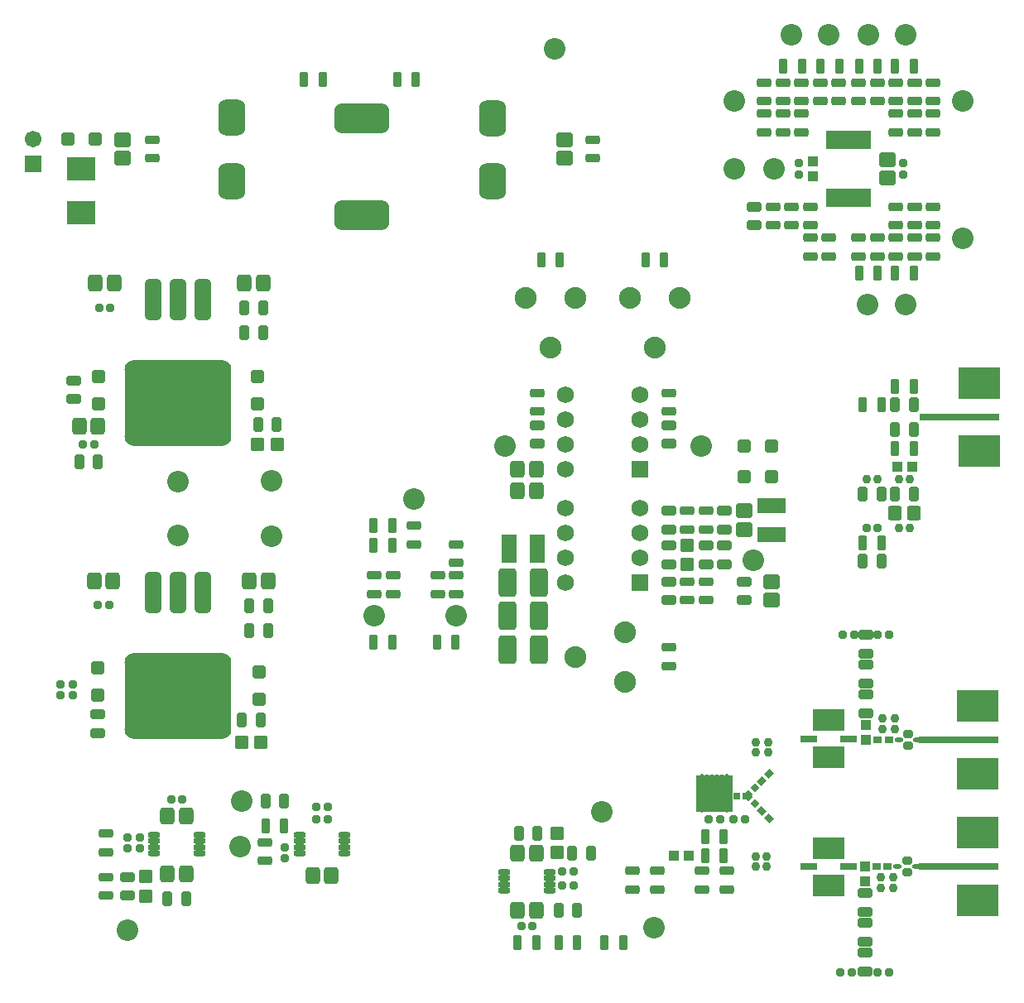
<source format=gts>
%FSLAX23Y23*%
%MOIN*%
G70*
G01*
G75*
G04 Layer_Color=8388736*
%ADD10C,0.010*%
%ADD11C,0.020*%
%ADD12C,0.015*%
%ADD13C,0.012*%
%ADD14R,0.060X0.023*%
%ADD15R,0.120X0.080*%
G04:AMPARAMS|DCode=16|XSize=51mil|YSize=59mil|CornerRadius=8mil|HoleSize=0mil|Usage=FLASHONLY|Rotation=90.000|XOffset=0mil|YOffset=0mil|HoleType=Round|Shape=RoundedRectangle|*
%AMROUNDEDRECTD16*
21,1,0.051,0.044,0,0,90.0*
21,1,0.036,0.059,0,0,90.0*
1,1,0.015,0.022,0.018*
1,1,0.015,0.022,-0.018*
1,1,0.015,-0.022,-0.018*
1,1,0.015,-0.022,0.018*
%
%ADD16ROUNDEDRECTD16*%
G04:AMPARAMS|DCode=17|XSize=24mil|YSize=24mil|CornerRadius=6mil|HoleSize=0mil|Usage=FLASHONLY|Rotation=90.000|XOffset=0mil|YOffset=0mil|HoleType=Round|Shape=RoundedRectangle|*
%AMROUNDEDRECTD17*
21,1,0.024,0.012,0,0,90.0*
21,1,0.012,0.024,0,0,90.0*
1,1,0.012,0.006,0.006*
1,1,0.012,0.006,-0.006*
1,1,0.012,-0.006,-0.006*
1,1,0.012,-0.006,0.006*
%
%ADD17ROUNDEDRECTD17*%
G04:AMPARAMS|DCode=18|XSize=51mil|YSize=59mil|CornerRadius=8mil|HoleSize=0mil|Usage=FLASHONLY|Rotation=180.000|XOffset=0mil|YOffset=0mil|HoleType=Round|Shape=RoundedRectangle|*
%AMROUNDEDRECTD18*
21,1,0.051,0.044,0,0,180.0*
21,1,0.036,0.059,0,0,180.0*
1,1,0.015,-0.018,0.022*
1,1,0.015,0.018,0.022*
1,1,0.015,0.018,-0.022*
1,1,0.015,-0.018,-0.022*
%
%ADD18ROUNDEDRECTD18*%
G04:AMPARAMS|DCode=19|XSize=24mil|YSize=24mil|CornerRadius=6mil|HoleSize=0mil|Usage=FLASHONLY|Rotation=0.000|XOffset=0mil|YOffset=0mil|HoleType=Round|Shape=RoundedRectangle|*
%AMROUNDEDRECTD19*
21,1,0.024,0.012,0,0,0.0*
21,1,0.012,0.024,0,0,0.0*
1,1,0.012,0.006,-0.006*
1,1,0.012,-0.006,-0.006*
1,1,0.012,-0.006,0.006*
1,1,0.012,0.006,0.006*
%
%ADD19ROUNDEDRECTD19*%
%ADD20P,0.024X4X360.0*%
%ADD21P,0.024X4X90.0*%
%ADD22R,0.017X0.017*%
G04:AMPARAMS|DCode=23|XSize=98mil|YSize=138mil|CornerRadius=25mil|HoleSize=0mil|Usage=FLASHONLY|Rotation=0.000|XOffset=0mil|YOffset=0mil|HoleType=Round|Shape=RoundedRectangle|*
%AMROUNDEDRECTD23*
21,1,0.098,0.089,0,0,0.0*
21,1,0.049,0.138,0,0,0.0*
1,1,0.049,0.025,-0.044*
1,1,0.049,-0.025,-0.044*
1,1,0.049,-0.025,0.044*
1,1,0.049,0.025,0.044*
%
%ADD23ROUNDEDRECTD23*%
G04:AMPARAMS|DCode=24|XSize=106mil|YSize=67mil|CornerRadius=10mil|HoleSize=0mil|Usage=FLASHONLY|Rotation=270.000|XOffset=0mil|YOffset=0mil|HoleType=Round|Shape=RoundedRectangle|*
%AMROUNDEDRECTD24*
21,1,0.106,0.047,0,0,270.0*
21,1,0.086,0.067,0,0,270.0*
1,1,0.020,-0.023,-0.043*
1,1,0.020,-0.023,0.043*
1,1,0.020,0.023,0.043*
1,1,0.020,0.023,-0.043*
%
%ADD24ROUNDEDRECTD24*%
G04:AMPARAMS|DCode=25|XSize=35mil|YSize=35mil|CornerRadius=5mil|HoleSize=0mil|Usage=FLASHONLY|Rotation=270.000|XOffset=0mil|YOffset=0mil|HoleType=Round|Shape=RoundedRectangle|*
%AMROUNDEDRECTD25*
21,1,0.035,0.025,0,0,270.0*
21,1,0.025,0.035,0,0,270.0*
1,1,0.011,-0.012,-0.012*
1,1,0.011,-0.012,0.012*
1,1,0.011,0.012,0.012*
1,1,0.011,0.012,-0.012*
%
%ADD25ROUNDEDRECTD25*%
G04:AMPARAMS|DCode=26|XSize=51mil|YSize=47mil|CornerRadius=7mil|HoleSize=0mil|Usage=FLASHONLY|Rotation=90.000|XOffset=0mil|YOffset=0mil|HoleType=Round|Shape=RoundedRectangle|*
%AMROUNDEDRECTD26*
21,1,0.051,0.033,0,0,90.0*
21,1,0.037,0.047,0,0,90.0*
1,1,0.014,0.017,0.019*
1,1,0.014,0.017,-0.019*
1,1,0.014,-0.017,-0.019*
1,1,0.014,-0.017,0.019*
%
%ADD26ROUNDEDRECTD26*%
G04:AMPARAMS|DCode=27|XSize=47mil|YSize=47mil|CornerRadius=12mil|HoleSize=0mil|Usage=FLASHONLY|Rotation=270.000|XOffset=0mil|YOffset=0mil|HoleType=Round|Shape=RoundedRectangle|*
%AMROUNDEDRECTD27*
21,1,0.047,0.024,0,0,270.0*
21,1,0.024,0.047,0,0,270.0*
1,1,0.024,-0.012,-0.012*
1,1,0.024,-0.012,0.012*
1,1,0.024,0.012,0.012*
1,1,0.024,0.012,-0.012*
%
%ADD27ROUNDEDRECTD27*%
G04:AMPARAMS|DCode=28|XSize=47mil|YSize=47mil|CornerRadius=12mil|HoleSize=0mil|Usage=FLASHONLY|Rotation=180.000|XOffset=0mil|YOffset=0mil|HoleType=Round|Shape=RoundedRectangle|*
%AMROUNDEDRECTD28*
21,1,0.047,0.024,0,0,180.0*
21,1,0.024,0.047,0,0,180.0*
1,1,0.024,-0.012,0.012*
1,1,0.024,0.012,0.012*
1,1,0.024,0.012,-0.012*
1,1,0.024,-0.012,-0.012*
%
%ADD28ROUNDEDRECTD28*%
%ADD29R,0.110X0.085*%
G04:AMPARAMS|DCode=30|XSize=47mil|YSize=47mil|CornerRadius=7mil|HoleSize=0mil|Usage=FLASHONLY|Rotation=180.000|XOffset=0mil|YOffset=0mil|HoleType=Round|Shape=RoundedRectangle|*
%AMROUNDEDRECTD30*
21,1,0.047,0.033,0,0,180.0*
21,1,0.033,0.047,0,0,180.0*
1,1,0.014,-0.017,0.017*
1,1,0.014,0.017,0.017*
1,1,0.014,0.017,-0.017*
1,1,0.014,-0.017,-0.017*
%
%ADD30ROUNDEDRECTD30*%
G04:AMPARAMS|DCode=31|XSize=47mil|YSize=47mil|CornerRadius=7mil|HoleSize=0mil|Usage=FLASHONLY|Rotation=270.000|XOffset=0mil|YOffset=0mil|HoleType=Round|Shape=RoundedRectangle|*
%AMROUNDEDRECTD31*
21,1,0.047,0.033,0,0,270.0*
21,1,0.033,0.047,0,0,270.0*
1,1,0.014,-0.017,-0.017*
1,1,0.014,-0.017,0.017*
1,1,0.014,0.017,0.017*
1,1,0.014,0.017,-0.017*
%
%ADD31ROUNDEDRECTD31*%
G04:AMPARAMS|DCode=32|XSize=35mil|YSize=35mil|CornerRadius=5mil|HoleSize=0mil|Usage=FLASHONLY|Rotation=0.000|XOffset=0mil|YOffset=0mil|HoleType=Round|Shape=RoundedRectangle|*
%AMROUNDEDRECTD32*
21,1,0.035,0.025,0,0,0.0*
21,1,0.025,0.035,0,0,0.0*
1,1,0.011,0.012,-0.012*
1,1,0.011,-0.012,-0.012*
1,1,0.011,-0.012,0.012*
1,1,0.011,0.012,0.012*
%
%ADD32ROUNDEDRECTD32*%
G04:AMPARAMS|DCode=33|XSize=28mil|YSize=51mil|CornerRadius=4mil|HoleSize=0mil|Usage=FLASHONLY|Rotation=180.000|XOffset=0mil|YOffset=0mil|HoleType=Round|Shape=RoundedRectangle|*
%AMROUNDEDRECTD33*
21,1,0.028,0.043,0,0,180.0*
21,1,0.019,0.051,0,0,180.0*
1,1,0.008,-0.010,0.021*
1,1,0.008,0.010,0.021*
1,1,0.008,0.010,-0.021*
1,1,0.008,-0.010,-0.021*
%
%ADD33ROUNDEDRECTD33*%
G04:AMPARAMS|DCode=34|XSize=28mil|YSize=51mil|CornerRadius=4mil|HoleSize=0mil|Usage=FLASHONLY|Rotation=270.000|XOffset=0mil|YOffset=0mil|HoleType=Round|Shape=RoundedRectangle|*
%AMROUNDEDRECTD34*
21,1,0.028,0.043,0,0,270.0*
21,1,0.019,0.051,0,0,270.0*
1,1,0.008,-0.021,-0.010*
1,1,0.008,-0.021,0.010*
1,1,0.008,0.021,0.010*
1,1,0.008,0.021,-0.010*
%
%ADD34ROUNDEDRECTD34*%
G04:AMPARAMS|DCode=35|XSize=24mil|YSize=24mil|CornerRadius=5mil|HoleSize=0mil|Usage=FLASHONLY|Rotation=180.000|XOffset=0mil|YOffset=0mil|HoleType=Round|Shape=RoundedRectangle|*
%AMROUNDEDRECTD35*
21,1,0.024,0.014,0,0,180.0*
21,1,0.014,0.024,0,0,180.0*
1,1,0.009,-0.007,0.007*
1,1,0.009,0.007,0.007*
1,1,0.009,0.007,-0.007*
1,1,0.009,-0.007,-0.007*
%
%ADD35ROUNDEDRECTD35*%
%ADD36R,0.157X0.118*%
%ADD37R,0.315X0.017*%
G04:AMPARAMS|DCode=38|XSize=24mil|YSize=24mil|CornerRadius=5mil|HoleSize=0mil|Usage=FLASHONLY|Rotation=270.000|XOffset=0mil|YOffset=0mil|HoleType=Round|Shape=RoundedRectangle|*
%AMROUNDEDRECTD38*
21,1,0.024,0.014,0,0,270.0*
21,1,0.014,0.024,0,0,270.0*
1,1,0.009,-0.007,-0.007*
1,1,0.009,-0.007,0.007*
1,1,0.009,0.007,0.007*
1,1,0.009,0.007,-0.007*
%
%ADD38ROUNDEDRECTD38*%
G04:AMPARAMS|DCode=39|XSize=114mil|YSize=213mil|CornerRadius=29mil|HoleSize=0mil|Usage=FLASHONLY|Rotation=90.000|XOffset=0mil|YOffset=0mil|HoleType=Round|Shape=RoundedRectangle|*
%AMROUNDEDRECTD39*
21,1,0.114,0.156,0,0,90.0*
21,1,0.057,0.213,0,0,90.0*
1,1,0.057,0.078,0.029*
1,1,0.057,0.078,-0.029*
1,1,0.057,-0.078,-0.029*
1,1,0.057,-0.078,0.029*
%
%ADD39ROUNDEDRECTD39*%
%ADD40R,0.051X0.106*%
%ADD41R,0.106X0.051*%
G04:AMPARAMS|DCode=42|XSize=12mil|YSize=26mil|CornerRadius=1mil|HoleSize=0mil|Usage=FLASHONLY|Rotation=90.000|XOffset=0mil|YOffset=0mil|HoleType=Round|Shape=RoundedRectangle|*
%AMROUNDEDRECTD42*
21,1,0.012,0.023,0,0,90.0*
21,1,0.009,0.026,0,0,90.0*
1,1,0.003,0.012,0.004*
1,1,0.003,0.012,-0.004*
1,1,0.003,-0.012,-0.004*
1,1,0.003,-0.012,0.004*
%
%ADD42ROUNDEDRECTD42*%
G04:AMPARAMS|DCode=43|XSize=32mil|YSize=28mil|CornerRadius=3mil|HoleSize=0mil|Usage=FLASHONLY|Rotation=180.000|XOffset=0mil|YOffset=0mil|HoleType=Round|Shape=RoundedRectangle|*
%AMROUNDEDRECTD43*
21,1,0.032,0.021,0,0,180.0*
21,1,0.025,0.028,0,0,180.0*
1,1,0.007,-0.012,0.010*
1,1,0.007,0.012,0.010*
1,1,0.007,0.012,-0.010*
1,1,0.007,-0.012,-0.010*
%
%ADD43ROUNDEDRECTD43*%
G04:AMPARAMS|DCode=44|XSize=31mil|YSize=51mil|CornerRadius=5mil|HoleSize=0mil|Usage=FLASHONLY|Rotation=270.000|XOffset=0mil|YOffset=0mil|HoleType=Round|Shape=RoundedRectangle|*
%AMROUNDEDRECTD44*
21,1,0.031,0.042,0,0,270.0*
21,1,0.022,0.051,0,0,270.0*
1,1,0.009,-0.021,-0.011*
1,1,0.009,-0.021,0.011*
1,1,0.009,0.021,0.011*
1,1,0.009,0.021,-0.011*
%
%ADD44ROUNDEDRECTD44*%
G04:AMPARAMS|DCode=45|XSize=31mil|YSize=51mil|CornerRadius=5mil|HoleSize=0mil|Usage=FLASHONLY|Rotation=0.000|XOffset=0mil|YOffset=0mil|HoleType=Round|Shape=RoundedRectangle|*
%AMROUNDEDRECTD45*
21,1,0.031,0.042,0,0,0.0*
21,1,0.022,0.051,0,0,0.0*
1,1,0.009,0.011,-0.021*
1,1,0.009,-0.011,-0.021*
1,1,0.009,-0.011,0.021*
1,1,0.009,0.011,0.021*
%
%ADD45ROUNDEDRECTD45*%
G04:AMPARAMS|DCode=46|XSize=59mil|YSize=157mil|CornerRadius=15mil|HoleSize=0mil|Usage=FLASHONLY|Rotation=0.000|XOffset=0mil|YOffset=0mil|HoleType=Round|Shape=RoundedRectangle|*
%AMROUNDEDRECTD46*
21,1,0.059,0.128,0,0,0.0*
21,1,0.030,0.157,0,0,0.0*
1,1,0.030,0.015,-0.064*
1,1,0.030,-0.015,-0.064*
1,1,0.030,-0.015,0.064*
1,1,0.030,0.015,0.064*
%
%ADD46ROUNDEDRECTD46*%
G04:AMPARAMS|DCode=47|XSize=421mil|YSize=339mil|CornerRadius=34mil|HoleSize=0mil|Usage=FLASHONLY|Rotation=0.000|XOffset=0mil|YOffset=0mil|HoleType=Round|Shape=RoundedRectangle|*
%AMROUNDEDRECTD47*
21,1,0.421,0.271,0,0,0.0*
21,1,0.354,0.339,0,0,0.0*
1,1,0.068,0.177,-0.135*
1,1,0.068,-0.177,-0.135*
1,1,0.068,-0.177,0.135*
1,1,0.068,0.177,0.135*
%
%ADD47ROUNDEDRECTD47*%
G04:AMPARAMS|DCode=48|XSize=16mil|YSize=40mil|CornerRadius=4mil|HoleSize=0mil|Usage=FLASHONLY|Rotation=90.000|XOffset=0mil|YOffset=0mil|HoleType=Round|Shape=RoundedRectangle|*
%AMROUNDEDRECTD48*
21,1,0.016,0.032,0,0,90.0*
21,1,0.008,0.040,0,0,90.0*
1,1,0.008,0.016,0.004*
1,1,0.008,0.016,-0.004*
1,1,0.008,-0.016,-0.004*
1,1,0.008,-0.016,0.004*
%
%ADD48ROUNDEDRECTD48*%
G04:AMPARAMS|DCode=49|XSize=12mil|YSize=13mil|CornerRadius=3mil|HoleSize=0mil|Usage=FLASHONLY|Rotation=0.000|XOffset=0mil|YOffset=0mil|HoleType=Round|Shape=RoundedRectangle|*
%AMROUNDEDRECTD49*
21,1,0.012,0.007,0,0,0.0*
21,1,0.006,0.013,0,0,0.0*
1,1,0.006,0.003,-0.003*
1,1,0.006,-0.003,-0.003*
1,1,0.006,-0.003,0.003*
1,1,0.006,0.003,0.003*
%
%ADD49ROUNDEDRECTD49*%
%ADD50R,0.012X0.013*%
G04:AMPARAMS|DCode=51|XSize=13mil|YSize=12mil|CornerRadius=3mil|HoleSize=0mil|Usage=FLASHONLY|Rotation=90.000|XOffset=0mil|YOffset=0mil|HoleType=Round|Shape=RoundedRectangle|*
%AMROUNDEDRECTD51*
21,1,0.013,0.006,0,0,90.0*
21,1,0.007,0.012,0,0,90.0*
1,1,0.006,0.003,0.003*
1,1,0.006,0.003,-0.003*
1,1,0.006,-0.003,-0.003*
1,1,0.006,-0.003,0.003*
%
%ADD51ROUNDEDRECTD51*%
%ADD52R,0.012X0.013*%
%ADD53R,0.012X0.012*%
G04:AMPARAMS|DCode=54|XSize=98mil|YSize=98mil|CornerRadius=10mil|HoleSize=0mil|Usage=FLASHONLY|Rotation=0.000|XOffset=0mil|YOffset=0mil|HoleType=Round|Shape=RoundedRectangle|*
%AMROUNDEDRECTD54*
21,1,0.098,0.079,0,0,0.0*
21,1,0.079,0.098,0,0,0.0*
1,1,0.020,0.039,-0.039*
1,1,0.020,-0.039,-0.039*
1,1,0.020,-0.039,0.039*
1,1,0.020,0.039,0.039*
%
%ADD54ROUNDEDRECTD54*%
%ADD55R,0.017X0.070*%
G04:AMPARAMS|DCode=56|XSize=17mil|YSize=24mil|CornerRadius=0mil|HoleSize=0mil|Usage=FLASHONLY|Rotation=135.000|XOffset=0mil|YOffset=0mil|HoleType=Round|Shape=Rectangle|*
%AMROTATEDRECTD56*
4,1,4,0.014,0.002,-0.002,-0.014,-0.014,-0.002,0.002,0.014,0.014,0.002,0.0*
%
%ADD56ROTATEDRECTD56*%

G04:AMPARAMS|DCode=57|XSize=17mil|YSize=24mil|CornerRadius=0mil|HoleSize=0mil|Usage=FLASHONLY|Rotation=45.000|XOffset=0mil|YOffset=0mil|HoleType=Round|Shape=Rectangle|*
%AMROTATEDRECTD57*
4,1,4,0.002,-0.014,-0.014,0.002,-0.002,0.014,0.014,-0.002,0.002,-0.014,0.0*
%
%ADD57ROTATEDRECTD57*%

%ADD58R,0.024X0.017*%
%ADD59C,0.025*%
%ADD60C,0.017*%
%ADD61C,0.079*%
%ADD62R,0.059X0.059*%
%ADD63C,0.059*%
%ADD64C,0.080*%
%ADD65C,0.061*%
%ADD66R,0.061X0.061*%
%ADD67C,0.028*%
%ADD68C,0.030*%
%ADD69C,0.008*%
%ADD70C,0.016*%
%ADD71C,0.020*%
%ADD72C,0.006*%
%ADD73C,0.006*%
%ADD74C,0.003*%
%ADD75C,0.004*%
%ADD76C,0.004*%
%ADD77C,0.003*%
%ADD78C,0.008*%
%ADD79R,0.017X0.008*%
G04:AMPARAMS|DCode=80|XSize=19mil|YSize=19mil|CornerRadius=4mil|HoleSize=0mil|Usage=FLASHONLY|Rotation=90.000|XOffset=0mil|YOffset=0mil|HoleType=Round|Shape=RoundedRectangle|*
%AMROUNDEDRECTD80*
21,1,0.019,0.012,0,0,90.0*
21,1,0.012,0.019,0,0,90.0*
1,1,0.007,0.006,0.006*
1,1,0.007,0.006,-0.006*
1,1,0.007,-0.006,-0.006*
1,1,0.007,-0.006,0.006*
%
%ADD80ROUNDEDRECTD80*%
G04:AMPARAMS|DCode=81|XSize=19mil|YSize=19mil|CornerRadius=4mil|HoleSize=0mil|Usage=FLASHONLY|Rotation=0.000|XOffset=0mil|YOffset=0mil|HoleType=Round|Shape=RoundedRectangle|*
%AMROUNDEDRECTD81*
21,1,0.019,0.012,0,0,0.0*
21,1,0.012,0.019,0,0,0.0*
1,1,0.007,0.006,-0.006*
1,1,0.007,-0.006,-0.006*
1,1,0.007,-0.006,0.006*
1,1,0.007,0.006,0.006*
%
%ADD81ROUNDEDRECTD81*%
%ADD82P,0.017X4X360.0*%
%ADD83P,0.017X4X90.0*%
%ADD84R,0.012X0.012*%
G04:AMPARAMS|DCode=85|XSize=12mil|YSize=19mil|CornerRadius=0mil|HoleSize=0mil|Usage=FLASHONLY|Rotation=135.000|XOffset=0mil|YOffset=0mil|HoleType=Round|Shape=Rectangle|*
%AMROTATEDRECTD85*
4,1,4,0.011,0.002,-0.002,-0.011,-0.011,-0.002,0.002,0.011,0.011,0.002,0.0*
%
%ADD85ROTATEDRECTD85*%

G04:AMPARAMS|DCode=86|XSize=12mil|YSize=19mil|CornerRadius=0mil|HoleSize=0mil|Usage=FLASHONLY|Rotation=45.000|XOffset=0mil|YOffset=0mil|HoleType=Round|Shape=Rectangle|*
%AMROTATEDRECTD86*
4,1,4,0.002,-0.011,-0.011,0.002,-0.002,0.011,0.011,-0.002,0.002,-0.011,0.0*
%
%ADD86ROTATEDRECTD86*%

%ADD87R,0.019X0.012*%
%ADD88R,0.150X0.150*%
%ADD89R,0.068X0.031*%
%ADD90R,0.128X0.088*%
G04:AMPARAMS|DCode=91|XSize=59mil|YSize=67mil|CornerRadius=12mil|HoleSize=0mil|Usage=FLASHONLY|Rotation=90.000|XOffset=0mil|YOffset=0mil|HoleType=Round|Shape=RoundedRectangle|*
%AMROUNDEDRECTD91*
21,1,0.059,0.044,0,0,90.0*
21,1,0.036,0.067,0,0,90.0*
1,1,0.023,0.022,0.018*
1,1,0.023,0.022,-0.018*
1,1,0.023,-0.022,-0.018*
1,1,0.023,-0.022,0.018*
%
%ADD91ROUNDEDRECTD91*%
G04:AMPARAMS|DCode=92|XSize=32mil|YSize=32mil|CornerRadius=10mil|HoleSize=0mil|Usage=FLASHONLY|Rotation=90.000|XOffset=0mil|YOffset=0mil|HoleType=Round|Shape=RoundedRectangle|*
%AMROUNDEDRECTD92*
21,1,0.032,0.012,0,0,90.0*
21,1,0.012,0.032,0,0,90.0*
1,1,0.020,0.006,0.006*
1,1,0.020,0.006,-0.006*
1,1,0.020,-0.006,-0.006*
1,1,0.020,-0.006,0.006*
%
%ADD92ROUNDEDRECTD92*%
G04:AMPARAMS|DCode=93|XSize=59mil|YSize=67mil|CornerRadius=12mil|HoleSize=0mil|Usage=FLASHONLY|Rotation=180.000|XOffset=0mil|YOffset=0mil|HoleType=Round|Shape=RoundedRectangle|*
%AMROUNDEDRECTD93*
21,1,0.059,0.044,0,0,180.0*
21,1,0.036,0.067,0,0,180.0*
1,1,0.023,-0.018,0.022*
1,1,0.023,0.018,0.022*
1,1,0.023,0.018,-0.022*
1,1,0.023,-0.018,-0.022*
%
%ADD93ROUNDEDRECTD93*%
G04:AMPARAMS|DCode=94|XSize=32mil|YSize=32mil|CornerRadius=10mil|HoleSize=0mil|Usage=FLASHONLY|Rotation=0.000|XOffset=0mil|YOffset=0mil|HoleType=Round|Shape=RoundedRectangle|*
%AMROUNDEDRECTD94*
21,1,0.032,0.012,0,0,0.0*
21,1,0.012,0.032,0,0,0.0*
1,1,0.020,0.006,-0.006*
1,1,0.020,-0.006,-0.006*
1,1,0.020,-0.006,0.006*
1,1,0.020,0.006,0.006*
%
%ADD94ROUNDEDRECTD94*%
%ADD95P,0.035X4X360.0*%
%ADD96P,0.035X4X90.0*%
%ADD97R,0.025X0.025*%
G04:AMPARAMS|DCode=98|XSize=106mil|YSize=146mil|CornerRadius=29mil|HoleSize=0mil|Usage=FLASHONLY|Rotation=0.000|XOffset=0mil|YOffset=0mil|HoleType=Round|Shape=RoundedRectangle|*
%AMROUNDEDRECTD98*
21,1,0.106,0.089,0,0,0.0*
21,1,0.049,0.146,0,0,0.0*
1,1,0.057,0.025,-0.044*
1,1,0.057,-0.025,-0.044*
1,1,0.057,-0.025,0.044*
1,1,0.057,0.025,0.044*
%
%ADD98ROUNDEDRECTD98*%
G04:AMPARAMS|DCode=99|XSize=114mil|YSize=75mil|CornerRadius=14mil|HoleSize=0mil|Usage=FLASHONLY|Rotation=270.000|XOffset=0mil|YOffset=0mil|HoleType=Round|Shape=RoundedRectangle|*
%AMROUNDEDRECTD99*
21,1,0.114,0.047,0,0,270.0*
21,1,0.086,0.075,0,0,270.0*
1,1,0.028,-0.023,-0.043*
1,1,0.028,-0.023,0.043*
1,1,0.028,0.023,0.043*
1,1,0.028,0.023,-0.043*
%
%ADD99ROUNDEDRECTD99*%
G04:AMPARAMS|DCode=100|XSize=43mil|YSize=43mil|CornerRadius=9mil|HoleSize=0mil|Usage=FLASHONLY|Rotation=270.000|XOffset=0mil|YOffset=0mil|HoleType=Round|Shape=RoundedRectangle|*
%AMROUNDEDRECTD100*
21,1,0.043,0.025,0,0,270.0*
21,1,0.025,0.043,0,0,270.0*
1,1,0.019,-0.012,-0.012*
1,1,0.019,-0.012,0.012*
1,1,0.019,0.012,0.012*
1,1,0.019,0.012,-0.012*
%
%ADD100ROUNDEDRECTD100*%
G04:AMPARAMS|DCode=101|XSize=59mil|YSize=55mil|CornerRadius=11mil|HoleSize=0mil|Usage=FLASHONLY|Rotation=90.000|XOffset=0mil|YOffset=0mil|HoleType=Round|Shape=RoundedRectangle|*
%AMROUNDEDRECTD101*
21,1,0.059,0.033,0,0,90.0*
21,1,0.037,0.055,0,0,90.0*
1,1,0.022,0.017,0.019*
1,1,0.022,0.017,-0.019*
1,1,0.022,-0.017,-0.019*
1,1,0.022,-0.017,0.019*
%
%ADD101ROUNDEDRECTD101*%
G04:AMPARAMS|DCode=102|XSize=55mil|YSize=55mil|CornerRadius=16mil|HoleSize=0mil|Usage=FLASHONLY|Rotation=270.000|XOffset=0mil|YOffset=0mil|HoleType=Round|Shape=RoundedRectangle|*
%AMROUNDEDRECTD102*
21,1,0.055,0.024,0,0,270.0*
21,1,0.024,0.055,0,0,270.0*
1,1,0.032,-0.012,-0.012*
1,1,0.032,-0.012,0.012*
1,1,0.032,0.012,0.012*
1,1,0.032,0.012,-0.012*
%
%ADD102ROUNDEDRECTD102*%
G04:AMPARAMS|DCode=103|XSize=55mil|YSize=55mil|CornerRadius=16mil|HoleSize=0mil|Usage=FLASHONLY|Rotation=180.000|XOffset=0mil|YOffset=0mil|HoleType=Round|Shape=RoundedRectangle|*
%AMROUNDEDRECTD103*
21,1,0.055,0.024,0,0,180.0*
21,1,0.024,0.055,0,0,180.0*
1,1,0.032,-0.012,0.012*
1,1,0.032,0.012,0.012*
1,1,0.032,0.012,-0.012*
1,1,0.032,-0.012,-0.012*
%
%ADD103ROUNDEDRECTD103*%
%ADD104R,0.118X0.093*%
G04:AMPARAMS|DCode=105|XSize=55mil|YSize=55mil|CornerRadius=11mil|HoleSize=0mil|Usage=FLASHONLY|Rotation=180.000|XOffset=0mil|YOffset=0mil|HoleType=Round|Shape=RoundedRectangle|*
%AMROUNDEDRECTD105*
21,1,0.055,0.033,0,0,180.0*
21,1,0.033,0.055,0,0,180.0*
1,1,0.022,-0.017,0.017*
1,1,0.022,0.017,0.017*
1,1,0.022,0.017,-0.017*
1,1,0.022,-0.017,-0.017*
%
%ADD105ROUNDEDRECTD105*%
G04:AMPARAMS|DCode=106|XSize=55mil|YSize=55mil|CornerRadius=11mil|HoleSize=0mil|Usage=FLASHONLY|Rotation=270.000|XOffset=0mil|YOffset=0mil|HoleType=Round|Shape=RoundedRectangle|*
%AMROUNDEDRECTD106*
21,1,0.055,0.033,0,0,270.0*
21,1,0.033,0.055,0,0,270.0*
1,1,0.022,-0.017,-0.017*
1,1,0.022,-0.017,0.017*
1,1,0.022,0.017,0.017*
1,1,0.022,0.017,-0.017*
%
%ADD106ROUNDEDRECTD106*%
G04:AMPARAMS|DCode=107|XSize=43mil|YSize=43mil|CornerRadius=9mil|HoleSize=0mil|Usage=FLASHONLY|Rotation=0.000|XOffset=0mil|YOffset=0mil|HoleType=Round|Shape=RoundedRectangle|*
%AMROUNDEDRECTD107*
21,1,0.043,0.025,0,0,0.0*
21,1,0.025,0.043,0,0,0.0*
1,1,0.019,0.012,-0.012*
1,1,0.019,-0.012,-0.012*
1,1,0.019,-0.012,0.012*
1,1,0.019,0.012,0.012*
%
%ADD107ROUNDEDRECTD107*%
G04:AMPARAMS|DCode=108|XSize=36mil|YSize=59mil|CornerRadius=8mil|HoleSize=0mil|Usage=FLASHONLY|Rotation=180.000|XOffset=0mil|YOffset=0mil|HoleType=Round|Shape=RoundedRectangle|*
%AMROUNDEDRECTD108*
21,1,0.036,0.043,0,0,180.0*
21,1,0.019,0.059,0,0,180.0*
1,1,0.016,-0.010,0.021*
1,1,0.016,0.010,0.021*
1,1,0.016,0.010,-0.021*
1,1,0.016,-0.010,-0.021*
%
%ADD108ROUNDEDRECTD108*%
G04:AMPARAMS|DCode=109|XSize=36mil|YSize=59mil|CornerRadius=8mil|HoleSize=0mil|Usage=FLASHONLY|Rotation=270.000|XOffset=0mil|YOffset=0mil|HoleType=Round|Shape=RoundedRectangle|*
%AMROUNDEDRECTD109*
21,1,0.036,0.043,0,0,270.0*
21,1,0.019,0.059,0,0,270.0*
1,1,0.016,-0.021,-0.010*
1,1,0.016,-0.021,0.010*
1,1,0.016,0.021,0.010*
1,1,0.016,0.021,-0.010*
%
%ADD109ROUNDEDRECTD109*%
G04:AMPARAMS|DCode=110|XSize=32mil|YSize=32mil|CornerRadius=9mil|HoleSize=0mil|Usage=FLASHONLY|Rotation=180.000|XOffset=0mil|YOffset=0mil|HoleType=Round|Shape=RoundedRectangle|*
%AMROUNDEDRECTD110*
21,1,0.032,0.014,0,0,180.0*
21,1,0.014,0.032,0,0,180.0*
1,1,0.017,-0.007,0.007*
1,1,0.017,0.007,0.007*
1,1,0.017,0.007,-0.007*
1,1,0.017,-0.007,-0.007*
%
%ADD110ROUNDEDRECTD110*%
%ADD111R,0.165X0.126*%
%ADD112R,0.323X0.025*%
G04:AMPARAMS|DCode=113|XSize=32mil|YSize=32mil|CornerRadius=9mil|HoleSize=0mil|Usage=FLASHONLY|Rotation=270.000|XOffset=0mil|YOffset=0mil|HoleType=Round|Shape=RoundedRectangle|*
%AMROUNDEDRECTD113*
21,1,0.032,0.014,0,0,270.0*
21,1,0.014,0.032,0,0,270.0*
1,1,0.017,-0.007,-0.007*
1,1,0.017,-0.007,0.007*
1,1,0.017,0.007,0.007*
1,1,0.017,0.007,-0.007*
%
%ADD113ROUNDEDRECTD113*%
G04:AMPARAMS|DCode=114|XSize=122mil|YSize=221mil|CornerRadius=33mil|HoleSize=0mil|Usage=FLASHONLY|Rotation=90.000|XOffset=0mil|YOffset=0mil|HoleType=Round|Shape=RoundedRectangle|*
%AMROUNDEDRECTD114*
21,1,0.122,0.156,0,0,90.0*
21,1,0.057,0.221,0,0,90.0*
1,1,0.065,0.078,0.029*
1,1,0.065,0.078,-0.029*
1,1,0.065,-0.078,-0.029*
1,1,0.065,-0.078,0.029*
%
%ADD114ROUNDEDRECTD114*%
%ADD115R,0.059X0.114*%
%ADD116R,0.114X0.059*%
G04:AMPARAMS|DCode=117|XSize=18mil|YSize=32mil|CornerRadius=4mil|HoleSize=0mil|Usage=FLASHONLY|Rotation=90.000|XOffset=0mil|YOffset=0mil|HoleType=Round|Shape=RoundedRectangle|*
%AMROUNDEDRECTD117*
21,1,0.018,0.023,0,0,90.0*
21,1,0.009,0.032,0,0,90.0*
1,1,0.009,0.012,0.004*
1,1,0.009,0.012,-0.004*
1,1,0.009,-0.012,-0.004*
1,1,0.009,-0.012,0.004*
%
%ADD117ROUNDEDRECTD117*%
G04:AMPARAMS|DCode=118|XSize=38mil|YSize=34mil|CornerRadius=6mil|HoleSize=0mil|Usage=FLASHONLY|Rotation=180.000|XOffset=0mil|YOffset=0mil|HoleType=Round|Shape=RoundedRectangle|*
%AMROUNDEDRECTD118*
21,1,0.038,0.021,0,0,180.0*
21,1,0.025,0.034,0,0,180.0*
1,1,0.013,-0.012,0.010*
1,1,0.013,0.012,0.010*
1,1,0.013,0.012,-0.010*
1,1,0.013,-0.012,-0.010*
%
%ADD118ROUNDEDRECTD118*%
G04:AMPARAMS|DCode=119|XSize=39mil|YSize=59mil|CornerRadius=9mil|HoleSize=0mil|Usage=FLASHONLY|Rotation=270.000|XOffset=0mil|YOffset=0mil|HoleType=Round|Shape=RoundedRectangle|*
%AMROUNDEDRECTD119*
21,1,0.039,0.042,0,0,270.0*
21,1,0.022,0.059,0,0,270.0*
1,1,0.017,-0.021,-0.011*
1,1,0.017,-0.021,0.011*
1,1,0.017,0.021,0.011*
1,1,0.017,0.021,-0.011*
%
%ADD119ROUNDEDRECTD119*%
G04:AMPARAMS|DCode=120|XSize=39mil|YSize=59mil|CornerRadius=9mil|HoleSize=0mil|Usage=FLASHONLY|Rotation=0.000|XOffset=0mil|YOffset=0mil|HoleType=Round|Shape=RoundedRectangle|*
%AMROUNDEDRECTD120*
21,1,0.039,0.042,0,0,0.0*
21,1,0.022,0.059,0,0,0.0*
1,1,0.017,0.011,-0.021*
1,1,0.017,-0.011,-0.021*
1,1,0.017,-0.011,0.021*
1,1,0.017,0.011,0.021*
%
%ADD120ROUNDEDRECTD120*%
G04:AMPARAMS|DCode=121|XSize=67mil|YSize=165mil|CornerRadius=19mil|HoleSize=0mil|Usage=FLASHONLY|Rotation=0.000|XOffset=0mil|YOffset=0mil|HoleType=Round|Shape=RoundedRectangle|*
%AMROUNDEDRECTD121*
21,1,0.067,0.128,0,0,0.0*
21,1,0.030,0.165,0,0,0.0*
1,1,0.038,0.015,-0.064*
1,1,0.038,-0.015,-0.064*
1,1,0.038,-0.015,0.064*
1,1,0.038,0.015,0.064*
%
%ADD121ROUNDEDRECTD121*%
G04:AMPARAMS|DCode=122|XSize=429mil|YSize=347mil|CornerRadius=38mil|HoleSize=0mil|Usage=FLASHONLY|Rotation=0.000|XOffset=0mil|YOffset=0mil|HoleType=Round|Shape=RoundedRectangle|*
%AMROUNDEDRECTD122*
21,1,0.429,0.271,0,0,0.0*
21,1,0.354,0.347,0,0,0.0*
1,1,0.076,0.177,-0.135*
1,1,0.076,-0.177,-0.135*
1,1,0.076,-0.177,0.135*
1,1,0.076,0.177,0.135*
%
%ADD122ROUNDEDRECTD122*%
G04:AMPARAMS|DCode=123|XSize=24mil|YSize=48mil|CornerRadius=8mil|HoleSize=0mil|Usage=FLASHONLY|Rotation=90.000|XOffset=0mil|YOffset=0mil|HoleType=Round|Shape=RoundedRectangle|*
%AMROUNDEDRECTD123*
21,1,0.024,0.032,0,0,90.0*
21,1,0.008,0.048,0,0,90.0*
1,1,0.016,0.016,0.004*
1,1,0.016,0.016,-0.004*
1,1,0.016,-0.016,-0.004*
1,1,0.016,-0.016,0.004*
%
%ADD123ROUNDEDRECTD123*%
G04:AMPARAMS|DCode=124|XSize=16mil|YSize=17mil|CornerRadius=5mil|HoleSize=0mil|Usage=FLASHONLY|Rotation=0.000|XOffset=0mil|YOffset=0mil|HoleType=Round|Shape=RoundedRectangle|*
%AMROUNDEDRECTD124*
21,1,0.016,0.007,0,0,0.0*
21,1,0.006,0.017,0,0,0.0*
1,1,0.010,0.003,-0.003*
1,1,0.010,-0.003,-0.003*
1,1,0.010,-0.003,0.003*
1,1,0.010,0.003,0.003*
%
%ADD124ROUNDEDRECTD124*%
%ADD125R,0.016X0.017*%
G04:AMPARAMS|DCode=126|XSize=17mil|YSize=16mil|CornerRadius=5mil|HoleSize=0mil|Usage=FLASHONLY|Rotation=90.000|XOffset=0mil|YOffset=0mil|HoleType=Round|Shape=RoundedRectangle|*
%AMROUNDEDRECTD126*
21,1,0.017,0.006,0,0,90.0*
21,1,0.007,0.016,0,0,90.0*
1,1,0.010,0.003,0.003*
1,1,0.010,0.003,-0.003*
1,1,0.010,-0.003,-0.003*
1,1,0.010,-0.003,0.003*
%
%ADD126ROUNDEDRECTD126*%
%ADD127R,0.016X0.017*%
%ADD128R,0.016X0.016*%
G04:AMPARAMS|DCode=129|XSize=102mil|YSize=102mil|CornerRadius=12mil|HoleSize=0mil|Usage=FLASHONLY|Rotation=0.000|XOffset=0mil|YOffset=0mil|HoleType=Round|Shape=RoundedRectangle|*
%AMROUNDEDRECTD129*
21,1,0.102,0.079,0,0,0.0*
21,1,0.079,0.102,0,0,0.0*
1,1,0.024,0.039,-0.039*
1,1,0.024,-0.039,-0.039*
1,1,0.024,-0.039,0.039*
1,1,0.024,0.039,0.039*
%
%ADD129ROUNDEDRECTD129*%
%ADD130R,0.025X0.078*%
G04:AMPARAMS|DCode=131|XSize=25mil|YSize=32mil|CornerRadius=0mil|HoleSize=0mil|Usage=FLASHONLY|Rotation=135.000|XOffset=0mil|YOffset=0mil|HoleType=Round|Shape=Rectangle|*
%AMROTATEDRECTD131*
4,1,4,0.020,0.002,-0.002,-0.020,-0.020,-0.002,0.002,0.020,0.020,0.002,0.0*
%
%ADD131ROTATEDRECTD131*%

G04:AMPARAMS|DCode=132|XSize=25mil|YSize=32mil|CornerRadius=0mil|HoleSize=0mil|Usage=FLASHONLY|Rotation=45.000|XOffset=0mil|YOffset=0mil|HoleType=Round|Shape=Rectangle|*
%AMROTATEDRECTD132*
4,1,4,0.002,-0.020,-0.020,0.002,-0.002,0.020,0.020,-0.002,0.002,-0.020,0.0*
%
%ADD132ROTATEDRECTD132*%

%ADD133R,0.032X0.025*%
%ADD134C,0.087*%
%ADD135R,0.067X0.067*%
%ADD136C,0.067*%
%ADD137C,0.088*%
%ADD138C,0.069*%
%ADD139R,0.069X0.069*%
D88*
X3835Y1840D02*
D03*
D89*
X4215Y2060D02*
D03*
X4375D02*
D03*
X4215Y1545D02*
D03*
X4375D02*
D03*
D90*
X4295Y2135D02*
D03*
Y1985D02*
D03*
Y1620D02*
D03*
Y1470D02*
D03*
D91*
X4065Y2618D02*
D03*
Y2692D02*
D03*
X3955Y2977D02*
D03*
Y2903D02*
D03*
X1450Y4472D02*
D03*
Y4398D02*
D03*
X3230D02*
D03*
Y4472D02*
D03*
X4530Y4318D02*
D03*
Y4392D02*
D03*
D92*
X4387Y1120D02*
D03*
X4343D02*
D03*
X4493D02*
D03*
X4537D02*
D03*
X4397Y2480D02*
D03*
X4353D02*
D03*
X4493D02*
D03*
X4537D02*
D03*
X2277Y1735D02*
D03*
X2233D02*
D03*
X2277Y1785D02*
D03*
X2233D02*
D03*
X1358Y3795D02*
D03*
X1402D02*
D03*
X1293Y3245D02*
D03*
X1337D02*
D03*
X3058Y1305D02*
D03*
X3102D02*
D03*
X1353Y2600D02*
D03*
X1397D02*
D03*
X3267Y1525D02*
D03*
X3223D02*
D03*
X3267Y1470D02*
D03*
X3223D02*
D03*
X1692Y1815D02*
D03*
X1648D02*
D03*
X3813Y1735D02*
D03*
X3857D02*
D03*
X3957D02*
D03*
X3913D02*
D03*
X4492Y2910D02*
D03*
X4448D02*
D03*
D93*
X2292Y1510D02*
D03*
X2218D02*
D03*
X1417Y3895D02*
D03*
X1343D02*
D03*
X1352Y3320D02*
D03*
X1278D02*
D03*
X1943Y3895D02*
D03*
X2017D02*
D03*
X3117Y1370D02*
D03*
X3043D02*
D03*
X1412Y2695D02*
D03*
X1338D02*
D03*
X3117Y1600D02*
D03*
X3043D02*
D03*
X1963Y2695D02*
D03*
X2037D02*
D03*
X1633Y1750D02*
D03*
X1707D02*
D03*
X1633Y1515D02*
D03*
X1707D02*
D03*
X3043Y3145D02*
D03*
X3117D02*
D03*
X3043Y3060D02*
D03*
X3117D02*
D03*
D94*
X2105Y1578D02*
D03*
Y1622D02*
D03*
X1200Y2278D02*
D03*
Y2235D02*
D03*
X1250Y2278D02*
D03*
Y2235D02*
D03*
X1470Y1662D02*
D03*
Y1618D02*
D03*
X1520Y1662D02*
D03*
Y1618D02*
D03*
X4595Y4377D02*
D03*
Y4333D02*
D03*
X4175D02*
D03*
Y4377D02*
D03*
D95*
X3971Y1825D02*
D03*
X3997Y1799D02*
D03*
D96*
X3971Y1835D02*
D03*
X3997Y1861D02*
D03*
D97*
X3962Y1830D02*
D03*
X3925D02*
D03*
D98*
X1890Y4561D02*
D03*
Y4305D02*
D03*
X2940Y4304D02*
D03*
Y4560D02*
D03*
D99*
X3128Y2555D02*
D03*
X3002D02*
D03*
X3128Y2420D02*
D03*
X3002D02*
D03*
X3128Y2690D02*
D03*
X3002D02*
D03*
D100*
X4570Y3155D02*
D03*
X4630D02*
D03*
X3670Y1590D02*
D03*
X3730D02*
D03*
D101*
X4561Y2970D02*
D03*
X4639D02*
D03*
D102*
X1355Y3520D02*
D03*
Y3410D02*
D03*
X1995Y3410D02*
D03*
Y3520D02*
D03*
X1350Y2345D02*
D03*
Y2235D02*
D03*
X2000Y2220D02*
D03*
Y2330D02*
D03*
D103*
X1340Y4475D02*
D03*
X1230D02*
D03*
X3955Y3115D02*
D03*
X4065D02*
D03*
X4065Y3240D02*
D03*
X3955D02*
D03*
D104*
X1285Y4355D02*
D03*
Y4180D02*
D03*
D105*
X1996Y3245D02*
D03*
X2074D02*
D03*
X1931Y2045D02*
D03*
X2009D02*
D03*
D106*
X1545Y1426D02*
D03*
Y1504D02*
D03*
X3200Y1679D02*
D03*
Y1601D02*
D03*
X3725Y2761D02*
D03*
Y2839D02*
D03*
D107*
X4230Y4325D02*
D03*
Y4385D02*
D03*
X4445Y2055D02*
D03*
Y2115D02*
D03*
X4440Y1545D02*
D03*
Y1485D02*
D03*
D108*
X2257Y4715D02*
D03*
X2183D02*
D03*
X2632D02*
D03*
X2558D02*
D03*
X3208Y1240D02*
D03*
X3282D02*
D03*
X3393D02*
D03*
X3467D02*
D03*
X3117D02*
D03*
X3043D02*
D03*
X2102Y1710D02*
D03*
X2028D02*
D03*
X3872Y1665D02*
D03*
X3798D02*
D03*
X3872Y1590D02*
D03*
X3798D02*
D03*
X2718Y2450D02*
D03*
X2792D02*
D03*
X2537D02*
D03*
X2463D02*
D03*
X2537Y2840D02*
D03*
X2463D02*
D03*
Y2920D02*
D03*
X2537D02*
D03*
X3138Y3990D02*
D03*
X3212D02*
D03*
X3558D02*
D03*
X3632D02*
D03*
X4563Y3230D02*
D03*
X4637D02*
D03*
X4433Y2850D02*
D03*
X4507D02*
D03*
X4563Y3480D02*
D03*
X4637D02*
D03*
X4507Y3405D02*
D03*
X4433D02*
D03*
X4563Y3935D02*
D03*
X4637D02*
D03*
X4418D02*
D03*
X4492D02*
D03*
X4187Y4770D02*
D03*
X4113D02*
D03*
X4337D02*
D03*
X4263D02*
D03*
X4563D02*
D03*
X4637D02*
D03*
X4418D02*
D03*
X4492D02*
D03*
D109*
X1570Y4472D02*
D03*
Y4398D02*
D03*
X3345D02*
D03*
Y4472D02*
D03*
X1385Y1677D02*
D03*
Y1603D02*
D03*
X3505Y1527D02*
D03*
Y1453D02*
D03*
X1385Y1502D02*
D03*
Y1428D02*
D03*
X3605Y1453D02*
D03*
Y1527D02*
D03*
X2025Y1642D02*
D03*
Y1568D02*
D03*
X3785Y1527D02*
D03*
Y1453D02*
D03*
X3885Y1527D02*
D03*
Y1453D02*
D03*
X2795Y2842D02*
D03*
Y2768D02*
D03*
X2720Y2643D02*
D03*
Y2717D02*
D03*
X2795D02*
D03*
Y2643D02*
D03*
X2625Y2843D02*
D03*
Y2917D02*
D03*
X2465Y2643D02*
D03*
Y2717D02*
D03*
X2540Y2643D02*
D03*
Y2717D02*
D03*
X3725Y2692D02*
D03*
Y2618D02*
D03*
X3800Y2692D02*
D03*
Y2618D02*
D03*
X3725Y2903D02*
D03*
Y2977D02*
D03*
X3800D02*
D03*
Y2903D02*
D03*
X3120Y3378D02*
D03*
Y3452D02*
D03*
X3650Y3378D02*
D03*
Y3452D02*
D03*
X4220Y4003D02*
D03*
Y4077D02*
D03*
X4295D02*
D03*
Y4003D02*
D03*
X4220Y4202D02*
D03*
Y4128D02*
D03*
X4565Y4202D02*
D03*
Y4128D02*
D03*
Y4003D02*
D03*
Y4077D02*
D03*
X4145Y4128D02*
D03*
Y4202D02*
D03*
X4640Y4077D02*
D03*
Y4003D02*
D03*
X4715Y4202D02*
D03*
Y4128D02*
D03*
X4415Y4077D02*
D03*
Y4003D02*
D03*
X4070Y4128D02*
D03*
Y4202D02*
D03*
X4490Y4077D02*
D03*
Y4003D02*
D03*
X4640Y4128D02*
D03*
Y4202D02*
D03*
X4715Y4003D02*
D03*
Y4077D02*
D03*
X4185Y4503D02*
D03*
Y4577D02*
D03*
Y4702D02*
D03*
Y4628D02*
D03*
X4110D02*
D03*
Y4702D02*
D03*
X4035Y4503D02*
D03*
Y4577D02*
D03*
X4335Y4628D02*
D03*
Y4702D02*
D03*
X4565Y4503D02*
D03*
Y4577D02*
D03*
X4260Y4628D02*
D03*
Y4702D02*
D03*
X4110Y4577D02*
D03*
Y4503D02*
D03*
X4035Y4702D02*
D03*
Y4628D02*
D03*
X4565Y4702D02*
D03*
Y4628D02*
D03*
X4640D02*
D03*
Y4702D02*
D03*
X4715Y4503D02*
D03*
Y4577D02*
D03*
X4415Y4628D02*
D03*
Y4702D02*
D03*
X4490Y4628D02*
D03*
Y4702D02*
D03*
X4640Y4577D02*
D03*
Y4503D02*
D03*
X4715Y4702D02*
D03*
Y4628D02*
D03*
X3650Y2353D02*
D03*
Y2427D02*
D03*
D110*
X4050Y2046D02*
D03*
Y2004D02*
D03*
X4000Y2046D02*
D03*
Y2004D02*
D03*
Y1586D02*
D03*
Y1544D02*
D03*
X4045Y1586D02*
D03*
Y1544D02*
D03*
X4510Y2141D02*
D03*
Y2099D02*
D03*
X4560Y2141D02*
D03*
Y2099D02*
D03*
X4505Y1459D02*
D03*
Y1501D02*
D03*
X4555Y1459D02*
D03*
Y1501D02*
D03*
D111*
X4896Y2193D02*
D03*
Y1917D02*
D03*
Y1683D02*
D03*
Y1407D02*
D03*
X4901Y3493D02*
D03*
Y3217D02*
D03*
D112*
X4818Y2055D02*
D03*
Y1545D02*
D03*
X4823Y3355D02*
D03*
D113*
X4449Y3105D02*
D03*
X4491D02*
D03*
X4621D02*
D03*
X4579D02*
D03*
Y2910D02*
D03*
X4621D02*
D03*
D114*
X2415Y4560D02*
D03*
Y4170D02*
D03*
D115*
X3008Y2825D02*
D03*
X3122D02*
D03*
D116*
X4065Y2883D02*
D03*
Y2997D02*
D03*
D117*
X4652Y2055D02*
D03*
X4578D02*
D03*
X4647Y1545D02*
D03*
X4573D02*
D03*
D118*
X4615Y2033D02*
D03*
Y2077D02*
D03*
X4610Y1523D02*
D03*
Y1567D02*
D03*
D119*
X1255Y3502D02*
D03*
Y3428D02*
D03*
X1350Y2157D02*
D03*
Y2083D02*
D03*
X1470Y1502D02*
D03*
Y1428D02*
D03*
X4445Y2163D02*
D03*
Y2237D02*
D03*
Y2283D02*
D03*
Y2357D02*
D03*
Y2403D02*
D03*
Y2477D02*
D03*
X4440Y1437D02*
D03*
Y1363D02*
D03*
Y1317D02*
D03*
Y1243D02*
D03*
Y1197D02*
D03*
Y1123D02*
D03*
X3650Y2618D02*
D03*
Y2692D02*
D03*
X3875Y2837D02*
D03*
Y2763D02*
D03*
X3800D02*
D03*
Y2837D02*
D03*
X3650Y2977D02*
D03*
Y2903D02*
D03*
Y2837D02*
D03*
Y2763D02*
D03*
X3875Y2903D02*
D03*
Y2977D02*
D03*
X3955Y2692D02*
D03*
Y2618D02*
D03*
X3120Y3248D02*
D03*
Y3322D02*
D03*
X3650Y3248D02*
D03*
Y3322D02*
D03*
X3995Y4128D02*
D03*
Y4202D02*
D03*
D120*
X1943Y3695D02*
D03*
X2017D02*
D03*
X2072Y3325D02*
D03*
X1998D02*
D03*
X2017Y3795D02*
D03*
X1943D02*
D03*
X3282Y1370D02*
D03*
X3208D02*
D03*
X1352Y3175D02*
D03*
X1278D02*
D03*
X1963Y2495D02*
D03*
X2037D02*
D03*
X2007Y2135D02*
D03*
X1933D02*
D03*
X2037Y2595D02*
D03*
X1963D02*
D03*
X3337Y1600D02*
D03*
X3263D02*
D03*
X1707Y1415D02*
D03*
X1633D02*
D03*
X3048Y1680D02*
D03*
X3122D02*
D03*
X2102Y1810D02*
D03*
X2028D02*
D03*
X4637Y3305D02*
D03*
X4563D02*
D03*
X4507Y3045D02*
D03*
X4433D02*
D03*
Y2775D02*
D03*
X4507D02*
D03*
X4637Y3045D02*
D03*
X4563D02*
D03*
X4637Y3405D02*
D03*
X4563D02*
D03*
D121*
X1575Y3829D02*
D03*
X1675D02*
D03*
X1775D02*
D03*
X1575Y2649D02*
D03*
X1675D02*
D03*
X1775D02*
D03*
D122*
X1675Y3411D02*
D03*
Y2231D02*
D03*
D123*
X2989Y1447D02*
D03*
Y1472D02*
D03*
Y1498D02*
D03*
Y1523D02*
D03*
X3171D02*
D03*
Y1498D02*
D03*
Y1472D02*
D03*
Y1447D02*
D03*
X1761Y1673D02*
D03*
Y1648D02*
D03*
Y1622D02*
D03*
Y1597D02*
D03*
X1579D02*
D03*
Y1622D02*
D03*
Y1648D02*
D03*
Y1673D02*
D03*
X2346D02*
D03*
Y1648D02*
D03*
Y1622D02*
D03*
Y1597D02*
D03*
X2164D02*
D03*
Y1622D02*
D03*
Y1648D02*
D03*
Y1673D02*
D03*
D124*
X3786Y1907D02*
D03*
X3884D02*
D03*
Y1773D02*
D03*
X3786D02*
D03*
D125*
X3805Y1907D02*
D03*
X3825D02*
D03*
X3845D02*
D03*
X3865D02*
D03*
Y1773D02*
D03*
X3845D02*
D03*
X3825D02*
D03*
X3805D02*
D03*
D126*
X3902Y1889D02*
D03*
Y1791D02*
D03*
X3768D02*
D03*
Y1889D02*
D03*
D127*
X3902Y1870D02*
D03*
Y1850D02*
D03*
Y1830D02*
D03*
Y1810D02*
D03*
D128*
X3768D02*
D03*
Y1830D02*
D03*
Y1850D02*
D03*
Y1870D02*
D03*
D129*
X3835Y1840D02*
D03*
D130*
X4298Y4238D02*
D03*
X4324D02*
D03*
X4349D02*
D03*
X4375D02*
D03*
X4401D02*
D03*
X4426D02*
D03*
X4452D02*
D03*
Y4472D02*
D03*
X4426D02*
D03*
X4401D02*
D03*
X4375D02*
D03*
X4349D02*
D03*
X4324D02*
D03*
X4298D02*
D03*
D131*
X4025Y1890D02*
D03*
X4055Y1920D02*
D03*
D132*
X4025Y1770D02*
D03*
X4055Y1740D02*
D03*
D133*
X4493Y2055D02*
D03*
X4537D02*
D03*
X4488Y1545D02*
D03*
X4532D02*
D03*
D134*
X1675Y3095D02*
D03*
X3190Y4840D02*
D03*
X2050Y3100D02*
D03*
Y2875D02*
D03*
X3590Y1300D02*
D03*
X1925Y1625D02*
D03*
X1675Y2880D02*
D03*
X3380Y1765D02*
D03*
X1470Y1290D02*
D03*
X1930Y1810D02*
D03*
X2795Y2555D02*
D03*
X2625Y3025D02*
D03*
X2465Y2555D02*
D03*
X3990Y2780D02*
D03*
X2990Y3240D02*
D03*
X3780D02*
D03*
X4075Y4355D02*
D03*
X4605Y3810D02*
D03*
X4835Y4075D02*
D03*
X4450Y3810D02*
D03*
X3915Y4355D02*
D03*
X4145Y4895D02*
D03*
X3915Y4630D02*
D03*
X4295Y4895D02*
D03*
X4605D02*
D03*
X4835Y4630D02*
D03*
X4455Y4895D02*
D03*
D135*
X1090Y4375D02*
D03*
D136*
Y4475D02*
D03*
D137*
X3475Y2290D02*
D03*
X3275Y2390D02*
D03*
X3475Y2490D02*
D03*
X3275Y3835D02*
D03*
X3175Y3635D02*
D03*
X3075Y3835D02*
D03*
X3695D02*
D03*
X3595Y3635D02*
D03*
X3495Y3835D02*
D03*
D138*
X3235Y2690D02*
D03*
Y2790D02*
D03*
Y2890D02*
D03*
Y2990D02*
D03*
X3535D02*
D03*
Y2890D02*
D03*
Y2790D02*
D03*
X3235Y3145D02*
D03*
Y3245D02*
D03*
Y3345D02*
D03*
Y3445D02*
D03*
X3535D02*
D03*
Y3345D02*
D03*
Y3245D02*
D03*
D139*
Y2690D02*
D03*
Y3145D02*
D03*
M02*

</source>
